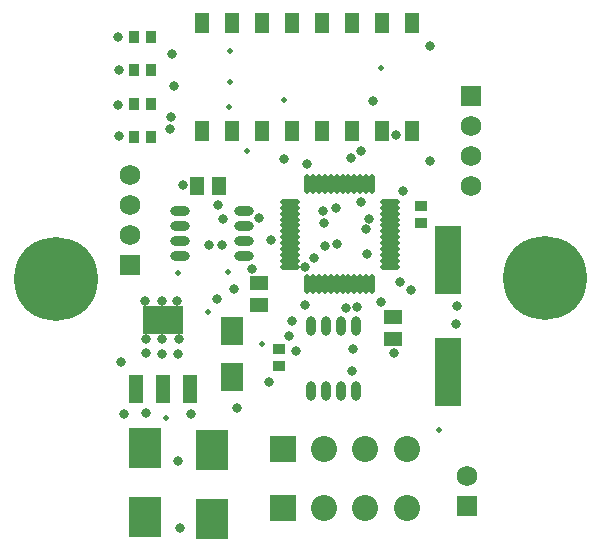
<source format=gbr>
%TF.GenerationSoftware,Altium Limited,Altium Designer,20.0.13 (296)*%
G04 Layer_Color=8388736*
%FSLAX25Y25*%
%MOIN*%
%TF.FileFunction,Soldermask,Top*%
%TF.Part,Single*%
G01*
G75*
%TA.AperFunction,SMDPad,CuDef*%
%ADD45R,0.05918X0.04540*%
%ADD49R,0.03556X0.04343*%
%ADD50R,0.04343X0.03556*%
%TA.AperFunction,ComponentPad*%
%ADD52C,0.08674*%
%ADD53R,0.08674X0.08674*%
%ADD54R,0.06800X0.06800*%
%ADD55C,0.06800*%
%ADD56C,0.27965*%
%TA.AperFunction,ViaPad*%
%ADD57C,0.03162*%
%ADD58C,0.01981*%
%TA.AperFunction,SMDPad,CuDef*%
%ADD62R,0.07296X0.09265*%
%ADD63O,0.06509X0.01981*%
%ADD64O,0.01981X0.06509*%
%ADD65O,0.06509X0.03162*%
%ADD66R,0.04540X0.05918*%
%ADD67R,0.09100X0.22800*%
%ADD68R,0.04540X0.09265*%
%ADD69R,0.13595X0.09265*%
%ADD70O,0.03162X0.06509*%
%ADD71R,0.10642X0.13300*%
%ADD72R,0.05131X0.07099*%
D45*
X562913Y182911D02*
D03*
Y190195D02*
D03*
X607642Y178834D02*
D03*
Y171551D02*
D03*
D49*
X526974Y272255D02*
D03*
X521462D02*
D03*
X526974Y261081D02*
D03*
X521462D02*
D03*
X526974Y249908D02*
D03*
X521462D02*
D03*
X526974Y238734D02*
D03*
X521462D02*
D03*
D50*
X617175Y210204D02*
D03*
Y215716D02*
D03*
X569602Y168077D02*
D03*
Y162566D02*
D03*
D52*
X598453Y115033D02*
D03*
X584674D02*
D03*
Y134718D02*
D03*
X598453D02*
D03*
X612233D02*
D03*
Y115033D02*
D03*
D53*
X570894D02*
D03*
Y134718D02*
D03*
D54*
X632500Y115961D02*
D03*
X520139Y196137D02*
D03*
X633638Y252554D02*
D03*
D55*
X632500Y125961D02*
D03*
X520139Y226137D02*
D03*
Y206137D02*
D03*
Y216137D02*
D03*
X633638Y222554D02*
D03*
Y242554D02*
D03*
Y232554D02*
D03*
D56*
X495469Y191607D02*
D03*
X658523Y191869D02*
D03*
D57*
X598907Y199863D02*
D03*
X599549Y211605D02*
D03*
X598553Y208143D02*
D03*
X597000Y217000D02*
D03*
X578505Y182768D02*
D03*
X566257Y157135D02*
D03*
X575311Y167361D02*
D03*
X592000Y181833D02*
D03*
X595668Y182206D02*
D03*
X573895Y177609D02*
D03*
X567000Y204500D02*
D03*
X554583Y188124D02*
D03*
X560797Y194669D02*
D03*
X573182Y172442D02*
D03*
X562999Y211675D02*
D03*
X550662Y202863D02*
D03*
X601079Y250744D02*
D03*
X611007Y220676D02*
D03*
X546345Y202849D02*
D03*
X550892Y211402D02*
D03*
X578500Y195500D02*
D03*
X581463Y198422D02*
D03*
X584621Y210018D02*
D03*
X610056Y190386D02*
D03*
X549389Y216043D02*
D03*
X589024Y202985D02*
D03*
X588617Y215207D02*
D03*
X584271Y214098D02*
D03*
X585000Y202500D02*
D03*
X536098Y166442D02*
D03*
X536243Y171330D02*
D03*
X549060Y184862D02*
D03*
X607977Y166718D02*
D03*
X525488Y166720D02*
D03*
X530724Y166383D02*
D03*
X536610Y108608D02*
D03*
X517109Y163801D02*
D03*
X596928Y234133D02*
D03*
X535868Y184012D02*
D03*
X530754D02*
D03*
X525020D02*
D03*
X540353Y146526D02*
D03*
X555546Y148403D02*
D03*
X530822Y171539D02*
D03*
X525460Y171459D02*
D03*
X620022Y230882D02*
D03*
X533864Y245607D02*
D03*
X533209Y241490D02*
D03*
X534004Y266329D02*
D03*
X534770Y255897D02*
D03*
X594007Y160716D02*
D03*
X516063Y271997D02*
D03*
X516425Y261227D02*
D03*
X516031Y249464D02*
D03*
X516379Y238966D02*
D03*
X537640Y222783D02*
D03*
X608696Y239446D02*
D03*
X629082Y182595D02*
D03*
X628868Y176372D02*
D03*
X594271Y168156D02*
D03*
X525412Y146894D02*
D03*
X518172Y146559D02*
D03*
X571304Y231365D02*
D03*
X593819Y231747D02*
D03*
X603826Y183794D02*
D03*
X613836Y187672D02*
D03*
X579195Y229878D02*
D03*
X620128Y269240D02*
D03*
X535945Y130725D02*
D03*
D58*
X552779Y193870D02*
D03*
X571460Y251135D02*
D03*
X531900Y145297D02*
D03*
X559179Y234178D02*
D03*
X545942Y180578D02*
D03*
X553138Y248837D02*
D03*
X553455Y257251D02*
D03*
X563949Y169868D02*
D03*
X536026Y193604D02*
D03*
X603624Y261821D02*
D03*
X553488Y267336D02*
D03*
X622921Y141068D02*
D03*
D62*
X554125Y158753D02*
D03*
Y174107D02*
D03*
D63*
X606555Y195539D02*
D03*
Y197508D02*
D03*
Y199476D02*
D03*
Y201445D02*
D03*
Y203413D02*
D03*
Y205382D02*
D03*
Y207350D02*
D03*
Y209319D02*
D03*
Y211287D02*
D03*
Y213256D02*
D03*
Y215224D02*
D03*
Y217193D02*
D03*
X573287D02*
D03*
Y215224D02*
D03*
Y213256D02*
D03*
Y211287D02*
D03*
Y209319D02*
D03*
Y207350D02*
D03*
Y205382D02*
D03*
Y203413D02*
D03*
Y201445D02*
D03*
Y199476D02*
D03*
Y197508D02*
D03*
Y195539D02*
D03*
D64*
X600748Y223000D02*
D03*
X598779D02*
D03*
X596811D02*
D03*
X594842D02*
D03*
X592874D02*
D03*
X590905D02*
D03*
X588937D02*
D03*
X586968D02*
D03*
X585000D02*
D03*
X583031D02*
D03*
X581063D02*
D03*
X579094D02*
D03*
Y189732D02*
D03*
X581063D02*
D03*
X583031D02*
D03*
X585000D02*
D03*
X586968D02*
D03*
X588937D02*
D03*
X590905D02*
D03*
X592874D02*
D03*
X594842D02*
D03*
X596811D02*
D03*
X598779D02*
D03*
X600748D02*
D03*
D65*
X558152Y199176D02*
D03*
Y204176D02*
D03*
Y209176D02*
D03*
Y214176D02*
D03*
X536695Y199176D02*
D03*
Y204176D02*
D03*
Y209176D02*
D03*
Y214176D02*
D03*
D66*
X542494Y222434D02*
D03*
X549777D02*
D03*
D67*
X626000Y160301D02*
D03*
Y197701D02*
D03*
D68*
X521886Y154884D02*
D03*
X530942D02*
D03*
X539997D02*
D03*
D69*
X530942Y177718D02*
D03*
D70*
X595500Y175728D02*
D03*
X590500D02*
D03*
X585500D02*
D03*
X580500D02*
D03*
X595500Y154272D02*
D03*
X590500D02*
D03*
X585500D02*
D03*
X580500D02*
D03*
D71*
X525000Y135000D02*
D03*
Y112000D02*
D03*
X547500Y134500D02*
D03*
Y111500D02*
D03*
D72*
X613979Y276648D02*
D03*
X603979D02*
D03*
X593979D02*
D03*
X583979D02*
D03*
X573979D02*
D03*
X563979D02*
D03*
X553979D02*
D03*
X543979D02*
D03*
X613979Y240822D02*
D03*
X603979D02*
D03*
X593979D02*
D03*
X583979D02*
D03*
X573979D02*
D03*
X563979D02*
D03*
X553979D02*
D03*
X543979D02*
D03*
%TF.MD5,4586f00e5a91a1e790c4de38eac5fd98*%
M02*

</source>
